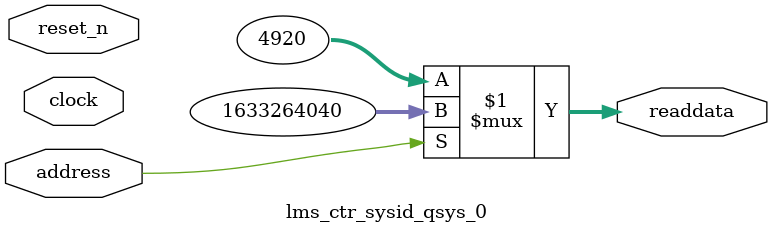
<source format=v>



// synthesis translate_off
`timescale 1ns / 1ps
// synthesis translate_on

// turn off superfluous verilog processor warnings
// altera message_level Level1
// altera message_off 10034 10035 10036 10037 10230 10240 10030

module lms_ctr_sysid_qsys_0 (
               // inputs:
                address,
                clock,
                reset_n,

               // outputs:
                readdata
             )
;

  output  [ 31: 0] readdata;
  input            address;
  input            clock;
  input            reset_n;

  wire    [ 31: 0] readdata;
  //control_slave, which is an e_avalon_slave
  assign readdata = address ? 1633264040 : 4920;

endmodule

</source>
